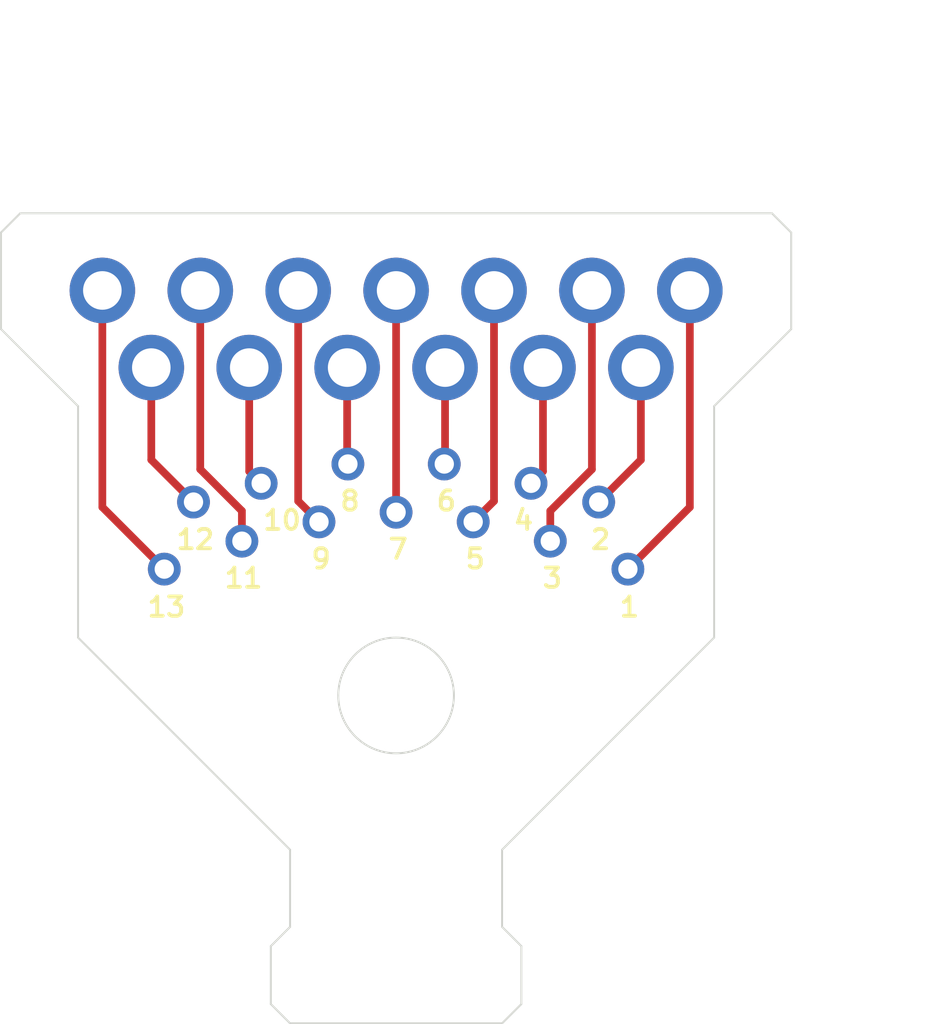
<source format=kicad_pcb>
(kicad_pcb (version 20240108) (generator "pcbnew") (generator_version "8.0")
  (layers (0 "F.Cu" signal) (31 "B.Cu" signal) (34 "B.Paste" user) (35 "F.Paste" user) (36 "B.SilkS" user "B.Silkscreen") (37 "F.SilkS" user "F.Silkscreen") (38 "B.Mask" user) (39 "F.Mask" user) (44 "Edge.Cuts" user))
  (net 0 "")
  (net 1 "Net-(J1-Pin_3)")
  (net 2 "Net-(J1-Pin_5)")
  (net 3 "Net-(J1-Pin_7)")
  (net 4 "Net-(J1-Pin_1)")
  (net 5 "Net-(J1-Pin_2)")
  (net 6 "Net-(J1-Pin_4)")
  (net 7 "Net-(J1-Pin_6)")
  (net 8 "Net-(J15-Pin_1)")
  (net 9 "Net-(J10-Pin_1)")
  (net 10 "Net-(J11-Pin_1)")
  (net 11 "Net-(J13-Pin_1)")
  (net 12 "Net-(J12-Pin_1)")
  (net 13 "Net-(J14-Pin_1)")
  (footprint "Connector_PinHeader_1.00mm:PinHeader_1x01_P1.00mm_Vertical" (layer "F.Cu") (at 73.75 58)
    (property "Reference" "J5" (hide yes))
    (property "Value" "Conn_01x01_Socket" (hide yes))
    (pad "1" thru_hole circle (at 0 0) (size 0.85 0.85) (drill 0.5) (layers "*.Cu" "*.Mask") (net 1 "Net-(J1-Pin_3)"))
  )
  (footprint "Connector_PinHeader_1.00mm:PinHeader_1x01_P1.00mm_Vertical" (layer "F.Cu") (at 81.763358 59.224397)
    (property "Reference" "J9" (hide yes))
    (property "Value" "Conn_01x01_Socket" (hide yes))
    (pad "1" thru_hole circle (at 0 0) (size 0.85 0.85) (drill 0.5) (layers "*.Cu" "*.Mask") (net 3 "Net-(J1-Pin_7)"))
  )
  (footprint "Connector_PinHeader_1.00mm:PinHeader_1x01_P1.00mm_Vertical" (layer "F.Cu") (at 81.005471 57.485932)
    (property "Reference" "J15" (hide yes))
    (property "Value" "Conn_01x01_Socket" (hide yes))
    (pad "1" thru_hole circle (at 0 0) (size 0.85 0.85) (drill 0.5) (layers "*.Cu" "*.Mask") (net 8 "Net-(J15-Pin_1)"))
  )
  (footprint "Connector_PinHeader_1.00mm:PinHeader_1x01_P1.00mm_Vertical" (layer "F.Cu") (at 70.494529 57.485932)
    (property "Reference" "J10" (hide yes))
    (property "Value" "Conn_01x01_Socket" (hide yes))
    (pad "1" thru_hole circle (at 0 0) (size 0.85 0.85) (drill 0.5) (layers "*.Cu" "*.Mask") (net 9 "Net-(J10-Pin_1)"))
  )
  (footprint "Connector_PinHeader_1.00mm:PinHeader_1x01_P1.00mm_Vertical" (layer "F.Cu") (at 74.5 56.5)
    (property "Reference" "J12" (hide yes))
    (property "Value" "Conn_01x01_Socket" (hide yes))
    (pad "1" thru_hole circle (at 0 0) (size 0.85 0.85) (drill 0.5) (layers "*.Cu" "*.Mask") (net 12 "Net-(J12-Pin_1)"))
  )
  (footprint "Connector_PinHeader_1.00mm:PinHeader_1x01_P1.00mm_Vertical" (layer "F.Cu") (at 79.75 58.5)
    (property "Reference" "J8" (hide yes))
    (property "Value" "Conn_01x01_Socket" (hide yes))
    (pad "1" thru_hole circle (at 0 0) (size 0.85 0.85) (drill 0.5) (layers "*.Cu" "*.Mask") (net 7 "Net-(J1-Pin_6)"))
  )
  (footprint "Connector_PinHeader_1.00mm:PinHeader_1x01_P1.00mm_Vertical" (layer "F.Cu") (at 79.25 57)
    (property "Reference" "J14" (hide yes))
    (property "Value" "Conn_01x01_Socket" (hide yes))
    (pad "1" thru_hole circle (at 0 0) (size 0.85 0.85) (drill 0.5) (layers "*.Cu" "*.Mask") (net 13 "Net-(J14-Pin_1)"))
  )
  (footprint "Connector_PinSocket_2.54mm:PinSocket_1x07_P2.54mm_Vertical" (layer "F.Cu") (at 68.13 52 90)
    (property "Reference" "J1" (hide yes))
    (property "Value" "Conn_01x07_Socket")
    (pad "1" thru_hole circle (at 0 0 90) (size 1.7 1.7) (drill 1) (layers "*.Cu" "*.Mask") (net 4 "Net-(J1-Pin_1)"))
    (pad "2" thru_hole oval (at 0 2.54 90) (size 1.7 1.7) (drill 1) (layers "*.Cu" "*.Mask") (net 5 "Net-(J1-Pin_2)"))
    (pad "3" thru_hole oval (at 0 5.08 90) (size 1.7 1.7) (drill 1) (layers "*.Cu" "*.Mask") (net 1 "Net-(J1-Pin_3)"))
    (pad "4" thru_hole oval (at 0 7.62 90) (size 1.7 1.7) (drill 1) (layers "*.Cu" "*.Mask") (net 6 "Net-(J1-Pin_4)"))
    (pad "5" thru_hole oval (at 0 10.16 90) (size 1.7 1.7) (drill 1) (layers "*.Cu" "*.Mask") (net 2 "Net-(J1-Pin_5)"))
    (pad "6" thru_hole oval (at 0 12.7 90) (size 1.7 1.7) (drill 1) (layers "*.Cu" "*.Mask") (net 7 "Net-(J1-Pin_6)"))
    (pad "7" thru_hole oval (at 0 15.24 90) (size 1.7 1.7) (drill 1) (layers "*.Cu" "*.Mask") (net 3 "Net-(J1-Pin_7)"))
  )
  (footprint "Connector_PinSocket_2.54mm:PinSocket_1x06_P2.54mm_Vertical" (layer "F.Cu") (at 69.4 54 90)
    (property "Reference" "J2" (hide yes))
    (property "Value" "Conn_01x06_Socket")
    (pad "1" thru_hole circle (at 0 0 90) (size 1.7 1.7) (drill 1) (layers "*.Cu" "*.Mask") (net 9 "Net-(J10-Pin_1)"))
    (pad "2" thru_hole oval (at 0 2.54 90) (size 1.7 1.7) (drill 1) (layers "*.Cu" "*.Mask") (net 10 "Net-(J11-Pin_1)"))
    (pad "3" thru_hole oval (at 0 5.08 90) (size 1.7 1.7) (drill 1) (layers "*.Cu" "*.Mask") (net 12 "Net-(J12-Pin_1)"))
    (pad "4" thru_hole oval (at 0 7.62 90) (size 1.7 1.7) (drill 1) (layers "*.Cu" "*.Mask") (net 11 "Net-(J13-Pin_1)"))
    (pad "5" thru_hole oval (at 0 10.16 90) (size 1.7 1.7) (drill 1) (layers "*.Cu" "*.Mask") (net 13 "Net-(J14-Pin_1)"))
    (pad "6" thru_hole oval (at 0 12.7 90) (size 1.7 1.7) (drill 1) (layers "*.Cu" "*.Mask") (net 8 "Net-(J15-Pin_1)"))
  )
  (footprint "Connector_PinHeader_1.00mm:PinHeader_1x01_P1.00mm_Vertical" (layer "F.Cu") (at 72.25 57)
    (property "Reference" "J11" (hide yes))
    (property "Value" "Conn_01x01_Socket" (hide yes))
    (pad "1" thru_hole circle (at 0 0) (size 0.85 0.85) (drill 0.5) (layers "*.Cu" "*.Mask") (net 10 "Net-(J11-Pin_1)"))
  )
  (footprint "Connector_PinHeader_1.00mm:PinHeader_1x01_P1.00mm_Vertical" (layer "F.Cu") (at 75.75 57.75)
    (property "Reference" "J6" (hide yes))
    (property "Value" "Conn_01x01_Socket" (hide yes))
    (pad "1" thru_hole circle (at 0 0) (size 0.85 0.85) (drill 0.5) (layers "*.Cu" "*.Mask") (net 6 "Net-(J1-Pin_4)"))
  )
  (footprint "Connector_PinHeader_1.00mm:PinHeader_1x01_P1.00mm_Vertical" (layer "F.Cu") (at 77 56.5)
    (property "Reference" "J13" (hide yes))
    (property "Value" "Conn_01x01_Socket" (hide yes))
    (pad "1" thru_hole circle (at 0 0) (size 0.85 0.85) (drill 0.5) (layers "*.Cu" "*.Mask") (net 11 "Net-(J13-Pin_1)"))
  )
  (footprint "Connector_PinHeader_1.00mm:PinHeader_1x01_P1.00mm_Vertical" (layer "F.Cu") (at 71.75 58.5)
    (property "Reference" "J4" (hide yes))
    (property "Value" "Conn_01x01_Socket" (hide yes))
    (pad "1" thru_hole circle (at 0 0) (size 0.85 0.85) (drill 0.5) (layers "*.Cu" "*.Mask") (net 5 "Net-(J1-Pin_2)"))
  )
  (footprint "Connector_PinHeader_1.00mm:PinHeader_1x01_P1.00mm_Vertical" (layer "F.Cu") (at 77.75 58)
    (property "Reference" "J7" (hide yes))
    (property "Value" "Conn_01x01_Socket" (hide yes))
    (pad "1" thru_hole circle (at 0 0) (size 0.85 0.85) (drill 0.5) (layers "*.Cu" "*.Mask") (net 2 "Net-(J1-Pin_5)"))
  )
  (footprint "Connector_PinHeader_1.00mm:PinHeader_1x01_P1.00mm_Vertical" (layer "F.Cu") (at 69.736642 59.224397)
    (property "Reference" "J3" (hide yes))
    (property "Value" "Conn_01x01_Socket" (hide yes))
    (pad "1" thru_hole circle (at 0 0) (size 0.85 0.85) (drill 0.5) (layers "*.Cu" "*.Mask") (net 4 "Net-(J1-Pin_1)"))
  )
  (gr_circle (center 75.75 62.5) (end 75.75 61) (stroke (width 0.05)) (fill none) (layer "Edge.Cuts"))
  (gr_line (start 85.5 50) (end 66 50) (stroke (width 0.05)) (layer "Edge.Cuts"))
  (gr_line (start 79 70.5) (end 78.5 71) (stroke (width 0.05)) (layer "Edge.Cuts"))
  (gr_line (start 84 61) (end 78.5 66.5) (stroke (width 0.05)) (layer "Edge.Cuts"))
  (gr_line (start 73 66.5) (end 73 68.5) (stroke (width 0.05)) (layer "Edge.Cuts"))
  (gr_line (start 67.5 61) (end 73 66.5) (stroke (width 0.05)) (layer "Edge.Cuts"))
  (gr_line (start 78.5 68.5) (end 79 69) (stroke (width 0.05)) (layer "Edge.Cuts"))
  (gr_line (start 79 69) (end 79 70.5) (stroke (width 0.05)) (layer "Edge.Cuts"))
  (gr_line (start 65.5 50.5) (end 65.5 53) (stroke (width 0.05)) (layer "Edge.Cuts"))
  (gr_line (start 78.5 66.5) (end 78.5 68.5) (stroke (width 0.05)) (layer "Edge.Cuts"))
  (gr_line (start 84 55) (end 84 61) (stroke (width 0.05)) (layer "Edge.Cuts"))
  (gr_line (start 73 71) (end 78.5 71) (stroke (width 0.05)) (layer "Edge.Cuts"))
  (gr_line (start 65.5 53) (end 67.5 55) (stroke (width 0.05)) (layer "Edge.Cuts"))
  (gr_line (start 72.5 70.5) (end 73 71) (stroke (width 0.05)) (layer "Edge.Cuts"))
  (gr_line (start 86 53) (end 84 55) (stroke (width 0.05)) (layer "Edge.Cuts"))
  (gr_line (start 86 50.5) (end 86 53) (stroke (width 0.05)) (layer "Edge.Cuts"))
  (gr_line (start 85.5 50) (end 86 50.5) (stroke (width 0.05)) (layer "Edge.Cuts"))
  (gr_line (start 66 50) (end 65.5 50.5) (stroke (width 0.05)) (layer "Edge.Cuts"))
  (gr_line (start 67.5 55) (end 67.5 61) (stroke (width 0.05)) (layer "Edge.Cuts"))
  (gr_line (start 72.5 69) (end 72.5 70.5) (stroke (width 0.05)) (layer "Edge.Cuts"))
  (gr_line (start 73 68.5) (end 72.5 69) (stroke (width 0.05)) (layer "Edge.Cuts"))
  (gr_text "8" (at 74.25 57.75 0) (layer "F.SilkS") (effects (font (size 0.5 0.5) (thickness 0.1)) (justify left bottom)))
  (gr_text "9" (at 73.5 59.25 0) (layer "F.SilkS") (effects (font (size 0.5 0.5) (thickness 0.1)) (justify left bottom)))
  (gr_text "12" (at 70 58.75 0) (layer "F.SilkS") (effects (font (size 0.5 0.5) (thickness 0.1)) (justify left bottom)))
  (gr_text "6" (at 76.75 57.75 0) (layer "F.SilkS") (effects (font (size 0.5 0.5) (thickness 0.1)) (justify left bottom)))
  (gr_text "7" (at 75.5 59 0) (layer "F.SilkS") (effects (font (size 0.5 0.5) (thickness 0.1)) (justify left bottom)))
  (gr_text "11" (at 71.25 59.75 0) (layer "F.SilkS") (effects (font (size 0.5 0.5) (thickness 0.1)) (justify left bottom)))
  (gr_text "10" (at 72.25 58.25 0) (layer "F.SilkS") (effects (font (size 0.5 0.5) (thickness 0.1)) (justify left bottom)))
  (gr_text "5" (at 77.5 59.25 0) (layer "F.SilkS") (effects (font (size 0.5 0.5) (thickness 0.1)) (justify left bottom)))
  (gr_text "3" (at 79.5 59.75 0) (layer "F.SilkS") (effects (font (size 0.5 0.5) (thickness 0.1)) (justify left bottom)))
  (gr_text "1" (at 81.5 60.5 0) (layer "F.SilkS") (effects (font (size 0.5 0.5) (thickness 0.1)) (justify left bottom)))
  (gr_text "13" (at 69.25 60.5 0) (layer "F.SilkS") (effects (font (size 0.5 0.5) (thickness 0.1)) (justify left bottom)))
  (gr_text "2" (at 80.75 58.75 0) (layer "F.SilkS") (effects (font (size 0.5 0.5) (thickness 0.1)) (justify left bottom)))
  (gr_text "4" (at 78.75 58.25 0) (layer "F.SilkS") (effects (font (size 0.5 0.5) (thickness 0.1)) (justify left bottom)))
  (segment (start 73.21 57.46) (end 73.75 58) (width 0.2) (layer "F.Cu") (net 1))
  (segment (start 73.21 52) (end 73.21 57.46) (width 0.2) (layer "F.Cu") (net 1))
  (segment (start 78.29 52) (end 78.29 57.46) (width 0.2) (layer "F.Cu") (net 2))
  (segment (start 78.29 57.46) (end 77.75 58) (width 0.2) (layer "F.Cu") (net 2))
  (segment (start 83.37 52) (end 83.37 57.617755) (width 0.2) (layer "F.Cu") (net 3))
  (segment (start 83.37 57.617755) (end 81.763358 59.224397) (width 0.2) (layer "F.Cu") (net 3))
  (segment (start 68.13 52) (end 68.13 57.617755) (width 0.2) (layer "F.Cu") (net 4))
  (segment (start 68.13 57.617755) (end 69.736642 59.224397) (width 0.2) (layer "F.Cu") (net 4))
  (segment (start 70.67 56.636098) (end 71.75 57.716098) (width 0.2) (layer "F.Cu") (net 5))
  (segment (start 70.67 52) (end 70.67 56.636098) (width 0.2) (layer "F.Cu") (net 5))
  (segment (start 71.75 57.716098) (end 71.75 58.5) (width 0.2) (layer "F.Cu") (net 5))
  (segment (start 75.75 52) (end 75.75 57.75) (width 0.2) (layer "F.Cu") (net 6))
  (segment (start 80.83 52) (end 80.83 56.636098) (width 0.2) (layer "F.Cu") (net 7))
  (segment (start 79.75 57.716098) (end 79.75 58.5) (width 0.2) (layer "F.Cu") (net 7))
  (segment (start 80.83 56.636098) (end 79.75 57.716098) (width 0.2) (layer "F.Cu") (net 7))
  (segment (start 82.1 54) (end 82.1 56.391403) (width 0.2) (layer "F.Cu") (net 8))
  (segment (start 82.1 56.391403) (end 81.005471 57.485932) (width 0.2) (layer "F.Cu") (net 8))
  (segment (start 69.4 56.391403) (end 70.494529 57.485932) (width 0.2) (layer "F.Cu") (net 9))
  (segment (start 69.4 54) (end 69.4 56.391403) (width 0.2) (layer "F.Cu") (net 9))
  (segment (start 71.94 56.69) (end 72.25 57) (width 0.2) (layer "F.Cu") (net 10))
  (segment (start 71.94 54) (end 71.94 56.69) (width 0.2) (layer "F.Cu") (net 10))
  (segment (start 77.02 54) (end 77.02 56.48) (width 0.2) (layer "F.Cu") (net 11))
  (segment (start 77.02 56.48) (end 77 56.5) (width 0.2) (layer "F.Cu") (net 11))
  (segment (start 74.48 54) (end 74.48 56.48) (width 0.2) (layer "F.Cu") (net 12))
  (segment (start 74.48 56.48) (end 74.5 56.5) (width 0.2) (layer "F.Cu") (net 12))
  (segment (start 79.56 56.69) (end 79.25 57) (width 0.2) (layer "F.Cu") (net 13))
  (segment (start 79.56 54) (end 79.56 56.69) (width 0.2) (layer "F.Cu") (net 13))
)
</source>
